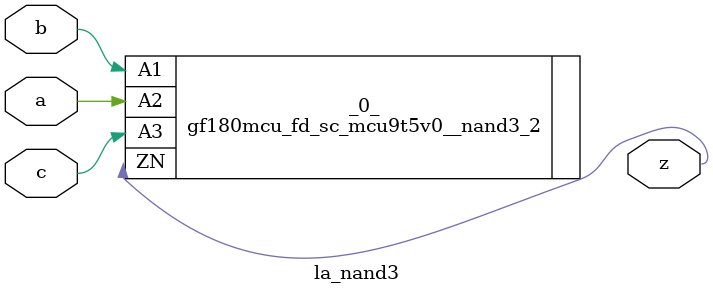
<source format=v>

/* Generated by Yosys 0.37 (git sha1 a5c7f69ed, clang 14.0.0-1ubuntu1.1 -fPIC -Os) */

module la_nand3(a, b, c, z);
  input a;
  wire a;
  input b;
  wire b;
  input c;
  wire c;
  output z;
  wire z;
  gf180mcu_fd_sc_mcu9t5v0__nand3_2 _0_ (
    .A1(b),
    .A2(a),
    .A3(c),
    .ZN(z)
  );
endmodule

</source>
